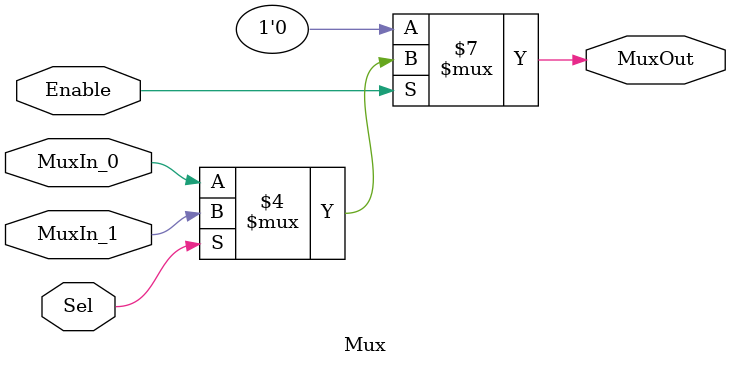
<source format=v>
/******************************************************************************
 ** Logisim goes FPGA automatic generated Verilog code                       **
 **                                                                          **
 ** Component : Multiplexer_bus_2                                            **
 **                                                                          **
 ******************************************************************************/

`timescale 1ns/1ps
module Mux( Enable,
                          MuxIn_0,
                          MuxIn_1,
                          Sel,
                          MuxOut);

   /***************************************************************************
    ** Here all module parameters are defined with a dummy value             **
    ***************************************************************************/
   parameter NrOfBits = 1;


   /***************************************************************************
    ** Here the inputs are defined                                           **
    ***************************************************************************/
   input  Enable;
   input[NrOfBits-1:0]  MuxIn_0;
   input[NrOfBits-1:0]  MuxIn_1;
   input  Sel;

   /***************************************************************************
    ** Here the outputs are defined                                          **
    ***************************************************************************/
   output reg [NrOfBits-1:0] MuxOut;

   /***************************************************************************
    ** Here the internal registers are defined                               **
    ***************************************************************************/
   always @(*)
   begin
      if (~Enable) MuxOut <= 0;
      else case (Sel)
         1'b0:
            MuxOut <= MuxIn_0;
         default:
            MuxOut <= MuxIn_1;
      endcase
   end
endmodule

</source>
